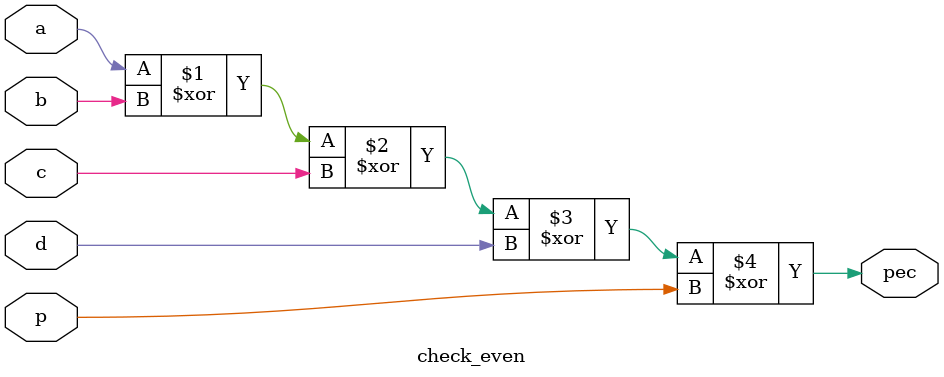
<source format=v>
`timescale 1ns / 1ps

module check_even(
    input a, b, c, d, p,
    output pec
    );
    assign pec = a ^ b ^ c ^ d ^ p;
endmodule
</source>
